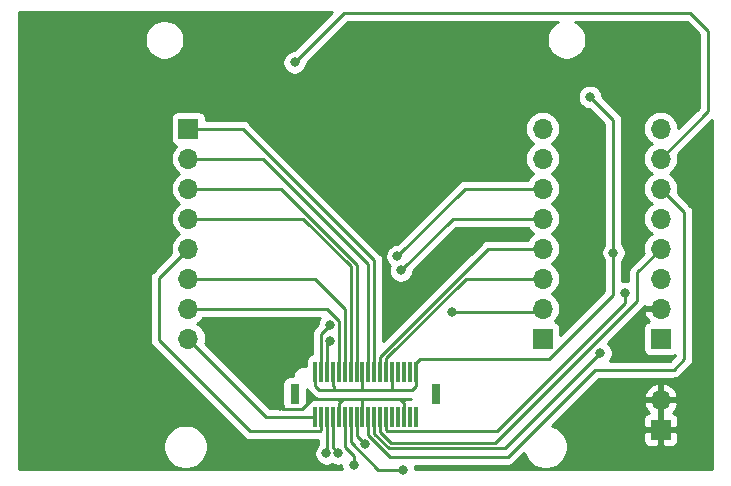
<source format=gbl>
G04 #@! TF.GenerationSoftware,KiCad,Pcbnew,(5.1.0)-1*
G04 #@! TF.CreationDate,2019-07-17T20:00:31+05:30*
G04 #@! TF.ProjectId,AR0135_adapter_rev1,41523031-3335-45f6-9164-61707465725f,rev?*
G04 #@! TF.SameCoordinates,Original*
G04 #@! TF.FileFunction,Copper,L2,Bot*
G04 #@! TF.FilePolarity,Positive*
%FSLAX46Y46*%
G04 Gerber Fmt 4.6, Leading zero omitted, Abs format (unit mm)*
G04 Created by KiCad (PCBNEW (5.1.0)-1) date 2019-07-17 20:00:31*
%MOMM*%
%LPD*%
G04 APERTURE LIST*
%ADD10R,0.300000X1.800000*%
%ADD11R,0.800000X1.800000*%
%ADD12R,1.700000X1.700000*%
%ADD13O,1.700000X1.700000*%
%ADD14C,0.800000*%
%ADD15C,0.250000*%
%ADD16C,0.254000*%
G04 APERTURE END LIST*
D10*
X35750000Y-44900000D03*
X35750000Y-41100000D03*
X36250000Y-44900000D03*
X36250000Y-41100000D03*
X36750000Y-44900000D03*
X36750000Y-41100000D03*
X37250000Y-44900000D03*
X37250000Y-41100000D03*
X37750000Y-44900000D03*
X37750000Y-41100000D03*
X38250000Y-44900000D03*
X38250000Y-41100000D03*
X38750000Y-44900000D03*
X38750000Y-41100000D03*
X39250000Y-44900000D03*
X39250000Y-41100000D03*
X39750000Y-44900000D03*
X39750000Y-41100000D03*
X40250000Y-44900000D03*
X40250000Y-41100000D03*
X40750000Y-44900000D03*
X40750000Y-41100000D03*
X41250000Y-44900000D03*
X41250000Y-41100000D03*
X41750000Y-44900000D03*
X41750000Y-41100000D03*
X42250000Y-44900000D03*
X42250000Y-41100000D03*
X42750000Y-44900000D03*
X42750000Y-41100000D03*
X43250000Y-44900000D03*
X43250000Y-41100000D03*
X43750000Y-44900000D03*
X43750000Y-41100000D03*
X44250000Y-44900000D03*
X44250000Y-41100000D03*
D11*
X34000000Y-43000000D03*
X46000000Y-43000000D03*
D12*
X65000000Y-38280000D03*
D13*
X65000000Y-35740000D03*
X65000000Y-33200000D03*
X65000000Y-30660000D03*
X65000000Y-28120000D03*
X65000000Y-25580000D03*
X65000000Y-23040000D03*
X65000000Y-20500000D03*
X25000000Y-38280000D03*
X25000000Y-35740000D03*
X25000000Y-33200000D03*
X25000000Y-30660000D03*
X25000000Y-28120000D03*
X25000000Y-25580000D03*
X25000000Y-23040000D03*
D12*
X25000000Y-20500000D03*
X55000000Y-38280000D03*
D13*
X55000000Y-35740000D03*
X55000000Y-33200000D03*
X55000000Y-30660000D03*
X55000000Y-28120000D03*
X55000000Y-25580000D03*
X55000000Y-23040000D03*
X55000000Y-20500000D03*
D12*
X65000000Y-46000000D03*
D13*
X65000000Y-43460000D03*
D14*
X29000000Y-17800000D03*
X44700000Y-16000000D03*
X32800000Y-44000000D03*
X34000000Y-14900000D03*
X43200000Y-49375000D03*
X37700003Y-48000000D03*
X36700000Y-48000000D03*
X47300000Y-36000000D03*
X37000000Y-38500000D03*
X43000000Y-32500000D03*
X37000000Y-37100000D03*
X42700000Y-31300000D03*
X39958884Y-47241116D03*
X39000000Y-49000000D03*
X61000000Y-31000000D03*
X59000000Y-17800000D03*
X62000000Y-34400000D03*
X59900000Y-39500000D03*
D15*
X37750000Y-43764998D02*
X38114998Y-43400000D01*
X37750000Y-44900000D02*
X37750000Y-43764998D01*
X43250000Y-43750000D02*
X43250000Y-44900000D01*
X42900000Y-43400000D02*
X43250000Y-43750000D01*
X39750000Y-43450000D02*
X39800000Y-43400000D01*
X39750000Y-44900000D02*
X39750000Y-43450000D01*
X38114998Y-43400000D02*
X39800000Y-43400000D01*
X39800000Y-43400000D02*
X42900000Y-43400000D01*
X33025001Y-44225001D02*
X32800000Y-44000000D01*
X34660001Y-44225001D02*
X33025001Y-44225001D01*
X38114998Y-43400000D02*
X35485002Y-43400000D01*
X35485002Y-43400000D02*
X34660001Y-44225001D01*
X67500000Y-10700000D02*
X69000000Y-12200000D01*
X34000000Y-14900000D02*
X38200000Y-10700000D01*
X38200000Y-10700000D02*
X67500000Y-10700000D01*
X69000000Y-19040000D02*
X69000000Y-18200000D01*
X65000000Y-23040000D02*
X69000000Y-19040000D01*
X69000000Y-12200000D02*
X69000000Y-18200000D01*
X41067462Y-49375000D02*
X43200000Y-49375000D01*
X38750000Y-44900000D02*
X38750000Y-47057538D01*
X38750000Y-47057538D02*
X41067462Y-49375000D01*
X40750000Y-41100000D02*
X40750000Y-31650000D01*
X29600000Y-20500000D02*
X25000000Y-20500000D01*
X40750000Y-31650000D02*
X29600000Y-20500000D01*
X40250000Y-41100000D02*
X40250000Y-31950000D01*
X31340000Y-23040000D02*
X25000000Y-23040000D01*
X40250000Y-31950000D02*
X31340000Y-23040000D01*
X26202081Y-25580000D02*
X25000000Y-25580000D01*
X32816410Y-25580000D02*
X26202081Y-25580000D01*
X39250000Y-32013590D02*
X32816410Y-25580000D01*
X39250000Y-41100000D02*
X39250000Y-32013590D01*
X38750000Y-41100000D02*
X38750000Y-32150000D01*
X34720000Y-28120000D02*
X25000000Y-28120000D01*
X38750000Y-32150000D02*
X34720000Y-28120000D01*
X36174999Y-46125001D02*
X30225001Y-46125001D01*
X36250000Y-44900000D02*
X36250000Y-46050000D01*
X36250000Y-46050000D02*
X36174999Y-46125001D01*
X30225001Y-46125001D02*
X22500000Y-38400000D01*
X22500000Y-33160000D02*
X25000000Y-30660000D01*
X22500000Y-38400000D02*
X22500000Y-33160000D01*
X38250000Y-41100000D02*
X38250000Y-35750000D01*
X35700000Y-33200000D02*
X25000000Y-33200000D01*
X38250000Y-35750000D02*
X35700000Y-33200000D01*
X37750000Y-41100000D02*
X37750000Y-36750000D01*
X36740000Y-35740000D02*
X25000000Y-35740000D01*
X37750000Y-36750000D02*
X36740000Y-35740000D01*
X31620000Y-44900000D02*
X25000000Y-38280000D01*
X35750000Y-44900000D02*
X31620000Y-44900000D01*
X37700003Y-47927001D02*
X37700003Y-48000000D01*
X37250000Y-44900000D02*
X37250000Y-47476998D01*
X37250000Y-47476998D02*
X37700003Y-47927001D01*
X36750000Y-44900000D02*
X36750000Y-47950000D01*
X36750000Y-47950000D02*
X36700000Y-48000000D01*
X54740000Y-36000000D02*
X55000000Y-35740000D01*
X47300000Y-36000000D02*
X54740000Y-36000000D01*
X53797919Y-33200000D02*
X55000000Y-33200000D01*
X48500000Y-33200000D02*
X53797919Y-33200000D01*
X41750000Y-39950000D02*
X48500000Y-33200000D01*
X41750000Y-41100000D02*
X41750000Y-39950000D01*
X53797919Y-30660000D02*
X55000000Y-30660000D01*
X41250000Y-39813590D02*
X50403590Y-30660000D01*
X41250000Y-41100000D02*
X41250000Y-39813590D01*
X50403590Y-30660000D02*
X53797919Y-30660000D01*
X36750000Y-41100000D02*
X36750000Y-38750000D01*
X36750000Y-38750000D02*
X37000000Y-38500000D01*
X47380000Y-28120000D02*
X55000000Y-28120000D01*
X43000000Y-32500000D02*
X47380000Y-28120000D01*
X36250000Y-41100000D02*
X36250000Y-37850000D01*
X36250000Y-37850000D02*
X37000000Y-37100000D01*
X48420000Y-25580000D02*
X55000000Y-25580000D01*
X42700000Y-31300000D02*
X48420000Y-25580000D01*
X39250000Y-44900000D02*
X39250000Y-46484536D01*
X39250000Y-46484536D02*
X39250000Y-46532233D01*
X39250000Y-46484536D02*
X39250000Y-46532232D01*
X39250000Y-46532232D02*
X39958884Y-47241116D01*
X39000000Y-48226995D02*
X39000000Y-49000000D01*
X38250000Y-44900000D02*
X38250000Y-47476995D01*
X38250000Y-47476995D02*
X39000000Y-48226995D01*
X35750000Y-42250000D02*
X36100000Y-42600000D01*
X35750000Y-41100000D02*
X35750000Y-42250000D01*
X44250000Y-42250000D02*
X44250000Y-41100000D01*
X43900000Y-42600000D02*
X44250000Y-42250000D01*
X42250000Y-42550000D02*
X42300000Y-42600000D01*
X42250000Y-41100000D02*
X42250000Y-42550000D01*
X42300000Y-42600000D02*
X43900000Y-42600000D01*
X39900000Y-42600000D02*
X42300000Y-42600000D01*
X37600000Y-42600000D02*
X37700000Y-42600000D01*
X61000000Y-31000000D02*
X61000000Y-19800000D01*
X61000000Y-19800000D02*
X59000000Y-17800000D01*
X44250000Y-40350000D02*
X44600000Y-40000000D01*
X44250000Y-41100000D02*
X44250000Y-40350000D01*
X61000000Y-31565685D02*
X61000000Y-31000000D01*
X61000000Y-34565002D02*
X61000000Y-31565685D01*
X55565002Y-40000000D02*
X61000000Y-34565002D01*
X44600000Y-40000000D02*
X55565002Y-40000000D01*
X39750000Y-42550000D02*
X39800000Y-42600000D01*
X39750000Y-41100000D02*
X39750000Y-42550000D01*
X37700000Y-42600000D02*
X39800000Y-42600000D01*
X39800000Y-42600000D02*
X39900000Y-42600000D01*
X37300000Y-42300000D02*
X37300000Y-42600000D01*
X37250000Y-42250000D02*
X37300000Y-42300000D01*
X37250000Y-41100000D02*
X37250000Y-42250000D01*
X36100000Y-42600000D02*
X37300000Y-42600000D01*
X37300000Y-42600000D02*
X37700000Y-42600000D01*
X41839999Y-46125001D02*
X51174999Y-46125001D01*
X41750000Y-44900000D02*
X41750000Y-46035002D01*
X41750000Y-46035002D02*
X41839999Y-46125001D01*
X51174999Y-46125001D02*
X62000000Y-35300000D01*
X62000000Y-35300000D02*
X62000000Y-34400000D01*
X42188591Y-47125001D02*
X50974999Y-47125001D01*
X41250000Y-44900000D02*
X41250000Y-46186410D01*
X41250000Y-46186410D02*
X42188591Y-47125001D01*
X50974999Y-47125001D02*
X63000000Y-35100000D01*
X63000000Y-32660000D02*
X65000000Y-30660000D01*
X63000000Y-35100000D02*
X63000000Y-32660000D01*
X40750000Y-44900000D02*
X40750000Y-46322820D01*
X40750000Y-46322820D02*
X42002191Y-47575011D01*
X42002191Y-47575011D02*
X51550295Y-47575011D01*
X51550295Y-47575011D02*
X51824989Y-47575011D01*
X51824989Y-47575011D02*
X59900000Y-39500000D01*
X40250000Y-46459230D02*
X42090770Y-48300000D01*
X40250000Y-44900000D02*
X40250000Y-46459230D01*
X52053998Y-48300000D02*
X59453998Y-40900000D01*
X42090770Y-48300000D02*
X52053998Y-48300000D01*
X59453998Y-40900000D02*
X66100000Y-40900000D01*
X66100000Y-40900000D02*
X67000000Y-40000000D01*
X67000000Y-27580000D02*
X65000000Y-25580000D01*
X67000000Y-40000000D02*
X67000000Y-27580000D01*
D16*
G36*
X33960199Y-13865000D02*
G01*
X33898061Y-13865000D01*
X33698102Y-13904774D01*
X33509744Y-13982795D01*
X33340226Y-14096063D01*
X33196063Y-14240226D01*
X33082795Y-14409744D01*
X33004774Y-14598102D01*
X32965000Y-14798061D01*
X32965000Y-15001939D01*
X33004774Y-15201898D01*
X33082795Y-15390256D01*
X33196063Y-15559774D01*
X33340226Y-15703937D01*
X33509744Y-15817205D01*
X33698102Y-15895226D01*
X33898061Y-15935000D01*
X34101939Y-15935000D01*
X34301898Y-15895226D01*
X34490256Y-15817205D01*
X34659774Y-15703937D01*
X34803937Y-15559774D01*
X34917205Y-15390256D01*
X34995226Y-15201898D01*
X35035000Y-15001939D01*
X35035000Y-14939801D01*
X38514802Y-11460000D01*
X56286487Y-11460000D01*
X56221853Y-11486772D01*
X55945875Y-11671175D01*
X55711175Y-11905875D01*
X55526772Y-12181853D01*
X55399754Y-12488504D01*
X55335000Y-12814042D01*
X55335000Y-13145958D01*
X55399754Y-13471496D01*
X55526772Y-13778147D01*
X55711175Y-14054125D01*
X55945875Y-14288825D01*
X56221853Y-14473228D01*
X56528504Y-14600246D01*
X56854042Y-14665000D01*
X57185958Y-14665000D01*
X57511496Y-14600246D01*
X57818147Y-14473228D01*
X58094125Y-14288825D01*
X58328825Y-14054125D01*
X58513228Y-13778147D01*
X58640246Y-13471496D01*
X58705000Y-13145958D01*
X58705000Y-12814042D01*
X58640246Y-12488504D01*
X58513228Y-12181853D01*
X58328825Y-11905875D01*
X58094125Y-11671175D01*
X57818147Y-11486772D01*
X57753513Y-11460000D01*
X67185199Y-11460000D01*
X68240000Y-12514802D01*
X68240001Y-18162657D01*
X68240000Y-18162667D01*
X68240000Y-18725198D01*
X66489765Y-20475433D01*
X66463513Y-20208889D01*
X66378599Y-19928966D01*
X66240706Y-19670986D01*
X66055134Y-19444866D01*
X65829014Y-19259294D01*
X65571034Y-19121401D01*
X65291111Y-19036487D01*
X65072950Y-19015000D01*
X64927050Y-19015000D01*
X64708889Y-19036487D01*
X64428966Y-19121401D01*
X64170986Y-19259294D01*
X63944866Y-19444866D01*
X63759294Y-19670986D01*
X63621401Y-19928966D01*
X63536487Y-20208889D01*
X63507815Y-20500000D01*
X63536487Y-20791111D01*
X63621401Y-21071034D01*
X63759294Y-21329014D01*
X63944866Y-21555134D01*
X64170986Y-21740706D01*
X64225791Y-21770000D01*
X64170986Y-21799294D01*
X63944866Y-21984866D01*
X63759294Y-22210986D01*
X63621401Y-22468966D01*
X63536487Y-22748889D01*
X63507815Y-23040000D01*
X63536487Y-23331111D01*
X63621401Y-23611034D01*
X63759294Y-23869014D01*
X63944866Y-24095134D01*
X64170986Y-24280706D01*
X64225791Y-24310000D01*
X64170986Y-24339294D01*
X63944866Y-24524866D01*
X63759294Y-24750986D01*
X63621401Y-25008966D01*
X63536487Y-25288889D01*
X63507815Y-25580000D01*
X63536487Y-25871111D01*
X63621401Y-26151034D01*
X63759294Y-26409014D01*
X63944866Y-26635134D01*
X64170986Y-26820706D01*
X64225791Y-26850000D01*
X64170986Y-26879294D01*
X63944866Y-27064866D01*
X63759294Y-27290986D01*
X63621401Y-27548966D01*
X63536487Y-27828889D01*
X63507815Y-28120000D01*
X63536487Y-28411111D01*
X63621401Y-28691034D01*
X63759294Y-28949014D01*
X63944866Y-29175134D01*
X64170986Y-29360706D01*
X64225791Y-29390000D01*
X64170986Y-29419294D01*
X63944866Y-29604866D01*
X63759294Y-29830986D01*
X63621401Y-30088966D01*
X63536487Y-30368889D01*
X63507815Y-30660000D01*
X63536487Y-30951111D01*
X63559203Y-31025995D01*
X62488998Y-32096201D01*
X62460000Y-32119999D01*
X62436202Y-32148997D01*
X62436201Y-32148998D01*
X62365026Y-32235724D01*
X62294454Y-32367754D01*
X62273187Y-32437865D01*
X62250998Y-32511014D01*
X62242043Y-32601939D01*
X62236324Y-32660000D01*
X62240001Y-32697332D01*
X62240001Y-33392462D01*
X62101939Y-33365000D01*
X61898061Y-33365000D01*
X61760000Y-33392462D01*
X61760000Y-31703711D01*
X61803937Y-31659774D01*
X61917205Y-31490256D01*
X61995226Y-31301898D01*
X62035000Y-31101939D01*
X62035000Y-30898061D01*
X61995226Y-30698102D01*
X61917205Y-30509744D01*
X61803937Y-30340226D01*
X61760000Y-30296289D01*
X61760000Y-19837322D01*
X61763676Y-19799999D01*
X61760000Y-19762676D01*
X61760000Y-19762667D01*
X61749003Y-19651014D01*
X61705546Y-19507753D01*
X61651061Y-19405820D01*
X61634974Y-19375723D01*
X61563799Y-19288997D01*
X61540001Y-19259999D01*
X61511003Y-19236201D01*
X60035000Y-17760199D01*
X60035000Y-17698061D01*
X59995226Y-17498102D01*
X59917205Y-17309744D01*
X59803937Y-17140226D01*
X59659774Y-16996063D01*
X59490256Y-16882795D01*
X59301898Y-16804774D01*
X59101939Y-16765000D01*
X58898061Y-16765000D01*
X58698102Y-16804774D01*
X58509744Y-16882795D01*
X58340226Y-16996063D01*
X58196063Y-17140226D01*
X58082795Y-17309744D01*
X58004774Y-17498102D01*
X57965000Y-17698061D01*
X57965000Y-17901939D01*
X58004774Y-18101898D01*
X58082795Y-18290256D01*
X58196063Y-18459774D01*
X58340226Y-18603937D01*
X58509744Y-18717205D01*
X58698102Y-18795226D01*
X58898061Y-18835000D01*
X58960199Y-18835000D01*
X60240001Y-20114803D01*
X60240000Y-30296289D01*
X60196063Y-30340226D01*
X60082795Y-30509744D01*
X60004774Y-30698102D01*
X59965000Y-30898061D01*
X59965000Y-31101939D01*
X60004774Y-31301898D01*
X60082795Y-31490256D01*
X60196063Y-31659774D01*
X60240001Y-31703712D01*
X60240000Y-34250200D01*
X56488072Y-38002129D01*
X56488072Y-37430000D01*
X56475812Y-37305518D01*
X56439502Y-37185820D01*
X56380537Y-37075506D01*
X56301185Y-36978815D01*
X56204494Y-36899463D01*
X56094180Y-36840498D01*
X56025313Y-36819607D01*
X56055134Y-36795134D01*
X56240706Y-36569014D01*
X56378599Y-36311034D01*
X56463513Y-36031111D01*
X56492185Y-35740000D01*
X56463513Y-35448889D01*
X56378599Y-35168966D01*
X56240706Y-34910986D01*
X56055134Y-34684866D01*
X55829014Y-34499294D01*
X55774209Y-34470000D01*
X55829014Y-34440706D01*
X56055134Y-34255134D01*
X56240706Y-34029014D01*
X56378599Y-33771034D01*
X56463513Y-33491111D01*
X56492185Y-33200000D01*
X56463513Y-32908889D01*
X56378599Y-32628966D01*
X56240706Y-32370986D01*
X56055134Y-32144866D01*
X55829014Y-31959294D01*
X55774209Y-31930000D01*
X55829014Y-31900706D01*
X56055134Y-31715134D01*
X56240706Y-31489014D01*
X56378599Y-31231034D01*
X56463513Y-30951111D01*
X56492185Y-30660000D01*
X56463513Y-30368889D01*
X56378599Y-30088966D01*
X56240706Y-29830986D01*
X56055134Y-29604866D01*
X55829014Y-29419294D01*
X55774209Y-29390000D01*
X55829014Y-29360706D01*
X56055134Y-29175134D01*
X56240706Y-28949014D01*
X56378599Y-28691034D01*
X56463513Y-28411111D01*
X56492185Y-28120000D01*
X56463513Y-27828889D01*
X56378599Y-27548966D01*
X56240706Y-27290986D01*
X56055134Y-27064866D01*
X55829014Y-26879294D01*
X55774209Y-26850000D01*
X55829014Y-26820706D01*
X56055134Y-26635134D01*
X56240706Y-26409014D01*
X56378599Y-26151034D01*
X56463513Y-25871111D01*
X56492185Y-25580000D01*
X56463513Y-25288889D01*
X56378599Y-25008966D01*
X56240706Y-24750986D01*
X56055134Y-24524866D01*
X55829014Y-24339294D01*
X55774209Y-24310000D01*
X55829014Y-24280706D01*
X56055134Y-24095134D01*
X56240706Y-23869014D01*
X56378599Y-23611034D01*
X56463513Y-23331111D01*
X56492185Y-23040000D01*
X56463513Y-22748889D01*
X56378599Y-22468966D01*
X56240706Y-22210986D01*
X56055134Y-21984866D01*
X55829014Y-21799294D01*
X55774209Y-21770000D01*
X55829014Y-21740706D01*
X56055134Y-21555134D01*
X56240706Y-21329014D01*
X56378599Y-21071034D01*
X56463513Y-20791111D01*
X56492185Y-20500000D01*
X56463513Y-20208889D01*
X56378599Y-19928966D01*
X56240706Y-19670986D01*
X56055134Y-19444866D01*
X55829014Y-19259294D01*
X55571034Y-19121401D01*
X55291111Y-19036487D01*
X55072950Y-19015000D01*
X54927050Y-19015000D01*
X54708889Y-19036487D01*
X54428966Y-19121401D01*
X54170986Y-19259294D01*
X53944866Y-19444866D01*
X53759294Y-19670986D01*
X53621401Y-19928966D01*
X53536487Y-20208889D01*
X53507815Y-20500000D01*
X53536487Y-20791111D01*
X53621401Y-21071034D01*
X53759294Y-21329014D01*
X53944866Y-21555134D01*
X54170986Y-21740706D01*
X54225791Y-21770000D01*
X54170986Y-21799294D01*
X53944866Y-21984866D01*
X53759294Y-22210986D01*
X53621401Y-22468966D01*
X53536487Y-22748889D01*
X53507815Y-23040000D01*
X53536487Y-23331111D01*
X53621401Y-23611034D01*
X53759294Y-23869014D01*
X53944866Y-24095134D01*
X54170986Y-24280706D01*
X54225791Y-24310000D01*
X54170986Y-24339294D01*
X53944866Y-24524866D01*
X53759294Y-24750986D01*
X53722405Y-24820000D01*
X48457333Y-24820000D01*
X48420000Y-24816323D01*
X48382667Y-24820000D01*
X48271014Y-24830997D01*
X48127753Y-24874454D01*
X47995724Y-24945026D01*
X47879999Y-25039999D01*
X47856201Y-25068997D01*
X42660199Y-30265000D01*
X42598061Y-30265000D01*
X42398102Y-30304774D01*
X42209744Y-30382795D01*
X42040226Y-30496063D01*
X41896063Y-30640226D01*
X41782795Y-30809744D01*
X41704774Y-30998102D01*
X41665000Y-31198061D01*
X41665000Y-31401939D01*
X41704774Y-31601898D01*
X41782795Y-31790256D01*
X41896063Y-31959774D01*
X42040226Y-32103937D01*
X42043009Y-32105796D01*
X42004774Y-32198102D01*
X41965000Y-32398061D01*
X41965000Y-32601939D01*
X42004774Y-32801898D01*
X42082795Y-32990256D01*
X42196063Y-33159774D01*
X42340226Y-33303937D01*
X42509744Y-33417205D01*
X42698102Y-33495226D01*
X42898061Y-33535000D01*
X43101939Y-33535000D01*
X43301898Y-33495226D01*
X43490256Y-33417205D01*
X43659774Y-33303937D01*
X43803937Y-33159774D01*
X43917205Y-32990256D01*
X43995226Y-32801898D01*
X44035000Y-32601939D01*
X44035000Y-32539801D01*
X47694803Y-28880000D01*
X53722405Y-28880000D01*
X53759294Y-28949014D01*
X53944866Y-29175134D01*
X54170986Y-29360706D01*
X54225791Y-29390000D01*
X54170986Y-29419294D01*
X53944866Y-29604866D01*
X53759294Y-29830986D01*
X53722405Y-29900000D01*
X50440912Y-29900000D01*
X50403589Y-29896324D01*
X50366266Y-29900000D01*
X50366257Y-29900000D01*
X50254604Y-29910997D01*
X50111343Y-29954454D01*
X49979313Y-30025026D01*
X49908922Y-30082795D01*
X49863589Y-30119999D01*
X49839791Y-30148997D01*
X41510000Y-38478789D01*
X41510000Y-31687322D01*
X41513676Y-31649999D01*
X41510000Y-31612676D01*
X41510000Y-31612667D01*
X41499003Y-31501014D01*
X41455546Y-31357753D01*
X41384974Y-31225724D01*
X41290001Y-31109999D01*
X41261003Y-31086201D01*
X30163804Y-19989003D01*
X30140001Y-19959999D01*
X30024276Y-19865026D01*
X29892247Y-19794454D01*
X29748986Y-19750997D01*
X29637333Y-19740000D01*
X29637322Y-19740000D01*
X29600000Y-19736324D01*
X29562678Y-19740000D01*
X26488072Y-19740000D01*
X26488072Y-19650000D01*
X26475812Y-19525518D01*
X26439502Y-19405820D01*
X26380537Y-19295506D01*
X26301185Y-19198815D01*
X26204494Y-19119463D01*
X26094180Y-19060498D01*
X25974482Y-19024188D01*
X25850000Y-19011928D01*
X24150000Y-19011928D01*
X24025518Y-19024188D01*
X23905820Y-19060498D01*
X23795506Y-19119463D01*
X23698815Y-19198815D01*
X23619463Y-19295506D01*
X23560498Y-19405820D01*
X23524188Y-19525518D01*
X23511928Y-19650000D01*
X23511928Y-21350000D01*
X23524188Y-21474482D01*
X23560498Y-21594180D01*
X23619463Y-21704494D01*
X23698815Y-21801185D01*
X23795506Y-21880537D01*
X23905820Y-21939502D01*
X23974687Y-21960393D01*
X23944866Y-21984866D01*
X23759294Y-22210986D01*
X23621401Y-22468966D01*
X23536487Y-22748889D01*
X23507815Y-23040000D01*
X23536487Y-23331111D01*
X23621401Y-23611034D01*
X23759294Y-23869014D01*
X23944866Y-24095134D01*
X24170986Y-24280706D01*
X24225791Y-24310000D01*
X24170986Y-24339294D01*
X23944866Y-24524866D01*
X23759294Y-24750986D01*
X23621401Y-25008966D01*
X23536487Y-25288889D01*
X23507815Y-25580000D01*
X23536487Y-25871111D01*
X23621401Y-26151034D01*
X23759294Y-26409014D01*
X23944866Y-26635134D01*
X24170986Y-26820706D01*
X24225791Y-26850000D01*
X24170986Y-26879294D01*
X23944866Y-27064866D01*
X23759294Y-27290986D01*
X23621401Y-27548966D01*
X23536487Y-27828889D01*
X23507815Y-28120000D01*
X23536487Y-28411111D01*
X23621401Y-28691034D01*
X23759294Y-28949014D01*
X23944866Y-29175134D01*
X24170986Y-29360706D01*
X24225791Y-29390000D01*
X24170986Y-29419294D01*
X23944866Y-29604866D01*
X23759294Y-29830986D01*
X23621401Y-30088966D01*
X23536487Y-30368889D01*
X23507815Y-30660000D01*
X23536487Y-30951111D01*
X23559203Y-31025995D01*
X21988998Y-32596201D01*
X21960000Y-32619999D01*
X21936202Y-32648997D01*
X21936201Y-32648998D01*
X21865026Y-32735724D01*
X21794454Y-32867754D01*
X21750998Y-33011015D01*
X21736324Y-33160000D01*
X21740001Y-33197332D01*
X21740000Y-38362677D01*
X21736324Y-38400000D01*
X21740000Y-38437322D01*
X21740000Y-38437332D01*
X21750997Y-38548985D01*
X21781332Y-38648987D01*
X21794454Y-38692246D01*
X21865026Y-38824276D01*
X21886986Y-38851034D01*
X21959999Y-38940001D01*
X21989003Y-38963804D01*
X29661202Y-46636004D01*
X29685000Y-46665002D01*
X29800725Y-46759975D01*
X29932754Y-46830547D01*
X30076015Y-46874004D01*
X30187668Y-46885001D01*
X30187677Y-46885001D01*
X30225000Y-46888677D01*
X30262323Y-46885001D01*
X35990001Y-46885001D01*
X35990001Y-47246288D01*
X35896063Y-47340226D01*
X35782795Y-47509744D01*
X35704774Y-47698102D01*
X35665000Y-47898061D01*
X35665000Y-48101939D01*
X35704774Y-48301898D01*
X35782795Y-48490256D01*
X35896063Y-48659774D01*
X36040226Y-48803937D01*
X36209744Y-48917205D01*
X36398102Y-48995226D01*
X36598061Y-49035000D01*
X36801939Y-49035000D01*
X37001898Y-48995226D01*
X37190256Y-48917205D01*
X37200002Y-48910693D01*
X37209747Y-48917205D01*
X37398105Y-48995226D01*
X37598064Y-49035000D01*
X37801942Y-49035000D01*
X37965000Y-49002566D01*
X37965000Y-49101939D01*
X38004774Y-49301898D01*
X38020556Y-49340000D01*
X10660000Y-49340000D01*
X10660000Y-47259344D01*
X22875000Y-47259344D01*
X22875000Y-47630656D01*
X22947439Y-47994834D01*
X23089534Y-48337882D01*
X23295825Y-48646618D01*
X23558382Y-48909175D01*
X23867118Y-49115466D01*
X24210166Y-49257561D01*
X24574344Y-49330000D01*
X24945656Y-49330000D01*
X25309834Y-49257561D01*
X25652882Y-49115466D01*
X25961618Y-48909175D01*
X26224175Y-48646618D01*
X26430466Y-48337882D01*
X26572561Y-47994834D01*
X26645000Y-47630656D01*
X26645000Y-47259344D01*
X26572561Y-46895166D01*
X26430466Y-46552118D01*
X26224175Y-46243382D01*
X25961618Y-45980825D01*
X25652882Y-45774534D01*
X25309834Y-45632439D01*
X24945656Y-45560000D01*
X24574344Y-45560000D01*
X24210166Y-45632439D01*
X23867118Y-45774534D01*
X23558382Y-45980825D01*
X23295825Y-46243382D01*
X23089534Y-46552118D01*
X22947439Y-46895166D01*
X22875000Y-47259344D01*
X10660000Y-47259344D01*
X10660000Y-12814042D01*
X21295000Y-12814042D01*
X21295000Y-13145958D01*
X21359754Y-13471496D01*
X21486772Y-13778147D01*
X21671175Y-14054125D01*
X21905875Y-14288825D01*
X22181853Y-14473228D01*
X22488504Y-14600246D01*
X22814042Y-14665000D01*
X23145958Y-14665000D01*
X23471496Y-14600246D01*
X23778147Y-14473228D01*
X24054125Y-14288825D01*
X24288825Y-14054125D01*
X24473228Y-13778147D01*
X24600246Y-13471496D01*
X24665000Y-13145958D01*
X24665000Y-12814042D01*
X24600246Y-12488504D01*
X24473228Y-12181853D01*
X24288825Y-11905875D01*
X24054125Y-11671175D01*
X23778147Y-11486772D01*
X23471496Y-11359754D01*
X23145958Y-11295000D01*
X22814042Y-11295000D01*
X22488504Y-11359754D01*
X22181853Y-11486772D01*
X21905875Y-11671175D01*
X21671175Y-11905875D01*
X21486772Y-12181853D01*
X21359754Y-12488504D01*
X21295000Y-12814042D01*
X10660000Y-12814042D01*
X10660000Y-10660000D01*
X37165198Y-10660000D01*
X33960199Y-13865000D01*
X33960199Y-13865000D01*
G37*
X33960199Y-13865000D02*
X33898061Y-13865000D01*
X33698102Y-13904774D01*
X33509744Y-13982795D01*
X33340226Y-14096063D01*
X33196063Y-14240226D01*
X33082795Y-14409744D01*
X33004774Y-14598102D01*
X32965000Y-14798061D01*
X32965000Y-15001939D01*
X33004774Y-15201898D01*
X33082795Y-15390256D01*
X33196063Y-15559774D01*
X33340226Y-15703937D01*
X33509744Y-15817205D01*
X33698102Y-15895226D01*
X33898061Y-15935000D01*
X34101939Y-15935000D01*
X34301898Y-15895226D01*
X34490256Y-15817205D01*
X34659774Y-15703937D01*
X34803937Y-15559774D01*
X34917205Y-15390256D01*
X34995226Y-15201898D01*
X35035000Y-15001939D01*
X35035000Y-14939801D01*
X38514802Y-11460000D01*
X56286487Y-11460000D01*
X56221853Y-11486772D01*
X55945875Y-11671175D01*
X55711175Y-11905875D01*
X55526772Y-12181853D01*
X55399754Y-12488504D01*
X55335000Y-12814042D01*
X55335000Y-13145958D01*
X55399754Y-13471496D01*
X55526772Y-13778147D01*
X55711175Y-14054125D01*
X55945875Y-14288825D01*
X56221853Y-14473228D01*
X56528504Y-14600246D01*
X56854042Y-14665000D01*
X57185958Y-14665000D01*
X57511496Y-14600246D01*
X57818147Y-14473228D01*
X58094125Y-14288825D01*
X58328825Y-14054125D01*
X58513228Y-13778147D01*
X58640246Y-13471496D01*
X58705000Y-13145958D01*
X58705000Y-12814042D01*
X58640246Y-12488504D01*
X58513228Y-12181853D01*
X58328825Y-11905875D01*
X58094125Y-11671175D01*
X57818147Y-11486772D01*
X57753513Y-11460000D01*
X67185199Y-11460000D01*
X68240000Y-12514802D01*
X68240001Y-18162657D01*
X68240000Y-18162667D01*
X68240000Y-18725198D01*
X66489765Y-20475433D01*
X66463513Y-20208889D01*
X66378599Y-19928966D01*
X66240706Y-19670986D01*
X66055134Y-19444866D01*
X65829014Y-19259294D01*
X65571034Y-19121401D01*
X65291111Y-19036487D01*
X65072950Y-19015000D01*
X64927050Y-19015000D01*
X64708889Y-19036487D01*
X64428966Y-19121401D01*
X64170986Y-19259294D01*
X63944866Y-19444866D01*
X63759294Y-19670986D01*
X63621401Y-19928966D01*
X63536487Y-20208889D01*
X63507815Y-20500000D01*
X63536487Y-20791111D01*
X63621401Y-21071034D01*
X63759294Y-21329014D01*
X63944866Y-21555134D01*
X64170986Y-21740706D01*
X64225791Y-21770000D01*
X64170986Y-21799294D01*
X63944866Y-21984866D01*
X63759294Y-22210986D01*
X63621401Y-22468966D01*
X63536487Y-22748889D01*
X63507815Y-23040000D01*
X63536487Y-23331111D01*
X63621401Y-23611034D01*
X63759294Y-23869014D01*
X63944866Y-24095134D01*
X64170986Y-24280706D01*
X64225791Y-24310000D01*
X64170986Y-24339294D01*
X63944866Y-24524866D01*
X63759294Y-24750986D01*
X63621401Y-25008966D01*
X63536487Y-25288889D01*
X63507815Y-25580000D01*
X63536487Y-25871111D01*
X63621401Y-26151034D01*
X63759294Y-26409014D01*
X63944866Y-26635134D01*
X64170986Y-26820706D01*
X64225791Y-26850000D01*
X64170986Y-26879294D01*
X63944866Y-27064866D01*
X63759294Y-27290986D01*
X63621401Y-27548966D01*
X63536487Y-27828889D01*
X63507815Y-28120000D01*
X63536487Y-28411111D01*
X63621401Y-28691034D01*
X63759294Y-28949014D01*
X63944866Y-29175134D01*
X64170986Y-29360706D01*
X64225791Y-29390000D01*
X64170986Y-29419294D01*
X63944866Y-29604866D01*
X63759294Y-29830986D01*
X63621401Y-30088966D01*
X63536487Y-30368889D01*
X63507815Y-30660000D01*
X63536487Y-30951111D01*
X63559203Y-31025995D01*
X62488998Y-32096201D01*
X62460000Y-32119999D01*
X62436202Y-32148997D01*
X62436201Y-32148998D01*
X62365026Y-32235724D01*
X62294454Y-32367754D01*
X62273187Y-32437865D01*
X62250998Y-32511014D01*
X62242043Y-32601939D01*
X62236324Y-32660000D01*
X62240001Y-32697332D01*
X62240001Y-33392462D01*
X62101939Y-33365000D01*
X61898061Y-33365000D01*
X61760000Y-33392462D01*
X61760000Y-31703711D01*
X61803937Y-31659774D01*
X61917205Y-31490256D01*
X61995226Y-31301898D01*
X62035000Y-31101939D01*
X62035000Y-30898061D01*
X61995226Y-30698102D01*
X61917205Y-30509744D01*
X61803937Y-30340226D01*
X61760000Y-30296289D01*
X61760000Y-19837322D01*
X61763676Y-19799999D01*
X61760000Y-19762676D01*
X61760000Y-19762667D01*
X61749003Y-19651014D01*
X61705546Y-19507753D01*
X61651061Y-19405820D01*
X61634974Y-19375723D01*
X61563799Y-19288997D01*
X61540001Y-19259999D01*
X61511003Y-19236201D01*
X60035000Y-17760199D01*
X60035000Y-17698061D01*
X59995226Y-17498102D01*
X59917205Y-17309744D01*
X59803937Y-17140226D01*
X59659774Y-16996063D01*
X59490256Y-16882795D01*
X59301898Y-16804774D01*
X59101939Y-16765000D01*
X58898061Y-16765000D01*
X58698102Y-16804774D01*
X58509744Y-16882795D01*
X58340226Y-16996063D01*
X58196063Y-17140226D01*
X58082795Y-17309744D01*
X58004774Y-17498102D01*
X57965000Y-17698061D01*
X57965000Y-17901939D01*
X58004774Y-18101898D01*
X58082795Y-18290256D01*
X58196063Y-18459774D01*
X58340226Y-18603937D01*
X58509744Y-18717205D01*
X58698102Y-18795226D01*
X58898061Y-18835000D01*
X58960199Y-18835000D01*
X60240001Y-20114803D01*
X60240000Y-30296289D01*
X60196063Y-30340226D01*
X60082795Y-30509744D01*
X60004774Y-30698102D01*
X59965000Y-30898061D01*
X59965000Y-31101939D01*
X60004774Y-31301898D01*
X60082795Y-31490256D01*
X60196063Y-31659774D01*
X60240001Y-31703712D01*
X60240000Y-34250200D01*
X56488072Y-38002129D01*
X56488072Y-37430000D01*
X56475812Y-37305518D01*
X56439502Y-37185820D01*
X56380537Y-37075506D01*
X56301185Y-36978815D01*
X56204494Y-36899463D01*
X56094180Y-36840498D01*
X56025313Y-36819607D01*
X56055134Y-36795134D01*
X56240706Y-36569014D01*
X56378599Y-36311034D01*
X56463513Y-36031111D01*
X56492185Y-35740000D01*
X56463513Y-35448889D01*
X56378599Y-35168966D01*
X56240706Y-34910986D01*
X56055134Y-34684866D01*
X55829014Y-34499294D01*
X55774209Y-34470000D01*
X55829014Y-34440706D01*
X56055134Y-34255134D01*
X56240706Y-34029014D01*
X56378599Y-33771034D01*
X56463513Y-33491111D01*
X56492185Y-33200000D01*
X56463513Y-32908889D01*
X56378599Y-32628966D01*
X56240706Y-32370986D01*
X56055134Y-32144866D01*
X55829014Y-31959294D01*
X55774209Y-31930000D01*
X55829014Y-31900706D01*
X56055134Y-31715134D01*
X56240706Y-31489014D01*
X56378599Y-31231034D01*
X56463513Y-30951111D01*
X56492185Y-30660000D01*
X56463513Y-30368889D01*
X56378599Y-30088966D01*
X56240706Y-29830986D01*
X56055134Y-29604866D01*
X55829014Y-29419294D01*
X55774209Y-29390000D01*
X55829014Y-29360706D01*
X56055134Y-29175134D01*
X56240706Y-28949014D01*
X56378599Y-28691034D01*
X56463513Y-28411111D01*
X56492185Y-28120000D01*
X56463513Y-27828889D01*
X56378599Y-27548966D01*
X56240706Y-27290986D01*
X56055134Y-27064866D01*
X55829014Y-26879294D01*
X55774209Y-26850000D01*
X55829014Y-26820706D01*
X56055134Y-26635134D01*
X56240706Y-26409014D01*
X56378599Y-26151034D01*
X56463513Y-25871111D01*
X56492185Y-25580000D01*
X56463513Y-25288889D01*
X56378599Y-25008966D01*
X56240706Y-24750986D01*
X56055134Y-24524866D01*
X55829014Y-24339294D01*
X55774209Y-24310000D01*
X55829014Y-24280706D01*
X56055134Y-24095134D01*
X56240706Y-23869014D01*
X56378599Y-23611034D01*
X56463513Y-23331111D01*
X56492185Y-23040000D01*
X56463513Y-22748889D01*
X56378599Y-22468966D01*
X56240706Y-22210986D01*
X56055134Y-21984866D01*
X55829014Y-21799294D01*
X55774209Y-21770000D01*
X55829014Y-21740706D01*
X56055134Y-21555134D01*
X56240706Y-21329014D01*
X56378599Y-21071034D01*
X56463513Y-20791111D01*
X56492185Y-20500000D01*
X56463513Y-20208889D01*
X56378599Y-19928966D01*
X56240706Y-19670986D01*
X56055134Y-19444866D01*
X55829014Y-19259294D01*
X55571034Y-19121401D01*
X55291111Y-19036487D01*
X55072950Y-19015000D01*
X54927050Y-19015000D01*
X54708889Y-19036487D01*
X54428966Y-19121401D01*
X54170986Y-19259294D01*
X53944866Y-19444866D01*
X53759294Y-19670986D01*
X53621401Y-19928966D01*
X53536487Y-20208889D01*
X53507815Y-20500000D01*
X53536487Y-20791111D01*
X53621401Y-21071034D01*
X53759294Y-21329014D01*
X53944866Y-21555134D01*
X54170986Y-21740706D01*
X54225791Y-21770000D01*
X54170986Y-21799294D01*
X53944866Y-21984866D01*
X53759294Y-22210986D01*
X53621401Y-22468966D01*
X53536487Y-22748889D01*
X53507815Y-23040000D01*
X53536487Y-23331111D01*
X53621401Y-23611034D01*
X53759294Y-23869014D01*
X53944866Y-24095134D01*
X54170986Y-24280706D01*
X54225791Y-24310000D01*
X54170986Y-24339294D01*
X53944866Y-24524866D01*
X53759294Y-24750986D01*
X53722405Y-24820000D01*
X48457333Y-24820000D01*
X48420000Y-24816323D01*
X48382667Y-24820000D01*
X48271014Y-24830997D01*
X48127753Y-24874454D01*
X47995724Y-24945026D01*
X47879999Y-25039999D01*
X47856201Y-25068997D01*
X42660199Y-30265000D01*
X42598061Y-30265000D01*
X42398102Y-30304774D01*
X42209744Y-30382795D01*
X42040226Y-30496063D01*
X41896063Y-30640226D01*
X41782795Y-30809744D01*
X41704774Y-30998102D01*
X41665000Y-31198061D01*
X41665000Y-31401939D01*
X41704774Y-31601898D01*
X41782795Y-31790256D01*
X41896063Y-31959774D01*
X42040226Y-32103937D01*
X42043009Y-32105796D01*
X42004774Y-32198102D01*
X41965000Y-32398061D01*
X41965000Y-32601939D01*
X42004774Y-32801898D01*
X42082795Y-32990256D01*
X42196063Y-33159774D01*
X42340226Y-33303937D01*
X42509744Y-33417205D01*
X42698102Y-33495226D01*
X42898061Y-33535000D01*
X43101939Y-33535000D01*
X43301898Y-33495226D01*
X43490256Y-33417205D01*
X43659774Y-33303937D01*
X43803937Y-33159774D01*
X43917205Y-32990256D01*
X43995226Y-32801898D01*
X44035000Y-32601939D01*
X44035000Y-32539801D01*
X47694803Y-28880000D01*
X53722405Y-28880000D01*
X53759294Y-28949014D01*
X53944866Y-29175134D01*
X54170986Y-29360706D01*
X54225791Y-29390000D01*
X54170986Y-29419294D01*
X53944866Y-29604866D01*
X53759294Y-29830986D01*
X53722405Y-29900000D01*
X50440912Y-29900000D01*
X50403589Y-29896324D01*
X50366266Y-29900000D01*
X50366257Y-29900000D01*
X50254604Y-29910997D01*
X50111343Y-29954454D01*
X49979313Y-30025026D01*
X49908922Y-30082795D01*
X49863589Y-30119999D01*
X49839791Y-30148997D01*
X41510000Y-38478789D01*
X41510000Y-31687322D01*
X41513676Y-31649999D01*
X41510000Y-31612676D01*
X41510000Y-31612667D01*
X41499003Y-31501014D01*
X41455546Y-31357753D01*
X41384974Y-31225724D01*
X41290001Y-31109999D01*
X41261003Y-31086201D01*
X30163804Y-19989003D01*
X30140001Y-19959999D01*
X30024276Y-19865026D01*
X29892247Y-19794454D01*
X29748986Y-19750997D01*
X29637333Y-19740000D01*
X29637322Y-19740000D01*
X29600000Y-19736324D01*
X29562678Y-19740000D01*
X26488072Y-19740000D01*
X26488072Y-19650000D01*
X26475812Y-19525518D01*
X26439502Y-19405820D01*
X26380537Y-19295506D01*
X26301185Y-19198815D01*
X26204494Y-19119463D01*
X26094180Y-19060498D01*
X25974482Y-19024188D01*
X25850000Y-19011928D01*
X24150000Y-19011928D01*
X24025518Y-19024188D01*
X23905820Y-19060498D01*
X23795506Y-19119463D01*
X23698815Y-19198815D01*
X23619463Y-19295506D01*
X23560498Y-19405820D01*
X23524188Y-19525518D01*
X23511928Y-19650000D01*
X23511928Y-21350000D01*
X23524188Y-21474482D01*
X23560498Y-21594180D01*
X23619463Y-21704494D01*
X23698815Y-21801185D01*
X23795506Y-21880537D01*
X23905820Y-21939502D01*
X23974687Y-21960393D01*
X23944866Y-21984866D01*
X23759294Y-22210986D01*
X23621401Y-22468966D01*
X23536487Y-22748889D01*
X23507815Y-23040000D01*
X23536487Y-23331111D01*
X23621401Y-23611034D01*
X23759294Y-23869014D01*
X23944866Y-24095134D01*
X24170986Y-24280706D01*
X24225791Y-24310000D01*
X24170986Y-24339294D01*
X23944866Y-24524866D01*
X23759294Y-24750986D01*
X23621401Y-25008966D01*
X23536487Y-25288889D01*
X23507815Y-25580000D01*
X23536487Y-25871111D01*
X23621401Y-26151034D01*
X23759294Y-26409014D01*
X23944866Y-26635134D01*
X24170986Y-26820706D01*
X24225791Y-26850000D01*
X24170986Y-26879294D01*
X23944866Y-27064866D01*
X23759294Y-27290986D01*
X23621401Y-27548966D01*
X23536487Y-27828889D01*
X23507815Y-28120000D01*
X23536487Y-28411111D01*
X23621401Y-28691034D01*
X23759294Y-28949014D01*
X23944866Y-29175134D01*
X24170986Y-29360706D01*
X24225791Y-29390000D01*
X24170986Y-29419294D01*
X23944866Y-29604866D01*
X23759294Y-29830986D01*
X23621401Y-30088966D01*
X23536487Y-30368889D01*
X23507815Y-30660000D01*
X23536487Y-30951111D01*
X23559203Y-31025995D01*
X21988998Y-32596201D01*
X21960000Y-32619999D01*
X21936202Y-32648997D01*
X21936201Y-32648998D01*
X21865026Y-32735724D01*
X21794454Y-32867754D01*
X21750998Y-33011015D01*
X21736324Y-33160000D01*
X21740001Y-33197332D01*
X21740000Y-38362677D01*
X21736324Y-38400000D01*
X21740000Y-38437322D01*
X21740000Y-38437332D01*
X21750997Y-38548985D01*
X21781332Y-38648987D01*
X21794454Y-38692246D01*
X21865026Y-38824276D01*
X21886986Y-38851034D01*
X21959999Y-38940001D01*
X21989003Y-38963804D01*
X29661202Y-46636004D01*
X29685000Y-46665002D01*
X29800725Y-46759975D01*
X29932754Y-46830547D01*
X30076015Y-46874004D01*
X30187668Y-46885001D01*
X30187677Y-46885001D01*
X30225000Y-46888677D01*
X30262323Y-46885001D01*
X35990001Y-46885001D01*
X35990001Y-47246288D01*
X35896063Y-47340226D01*
X35782795Y-47509744D01*
X35704774Y-47698102D01*
X35665000Y-47898061D01*
X35665000Y-48101939D01*
X35704774Y-48301898D01*
X35782795Y-48490256D01*
X35896063Y-48659774D01*
X36040226Y-48803937D01*
X36209744Y-48917205D01*
X36398102Y-48995226D01*
X36598061Y-49035000D01*
X36801939Y-49035000D01*
X37001898Y-48995226D01*
X37190256Y-48917205D01*
X37200002Y-48910693D01*
X37209747Y-48917205D01*
X37398105Y-48995226D01*
X37598064Y-49035000D01*
X37801942Y-49035000D01*
X37965000Y-49002566D01*
X37965000Y-49101939D01*
X38004774Y-49301898D01*
X38020556Y-49340000D01*
X10660000Y-49340000D01*
X10660000Y-47259344D01*
X22875000Y-47259344D01*
X22875000Y-47630656D01*
X22947439Y-47994834D01*
X23089534Y-48337882D01*
X23295825Y-48646618D01*
X23558382Y-48909175D01*
X23867118Y-49115466D01*
X24210166Y-49257561D01*
X24574344Y-49330000D01*
X24945656Y-49330000D01*
X25309834Y-49257561D01*
X25652882Y-49115466D01*
X25961618Y-48909175D01*
X26224175Y-48646618D01*
X26430466Y-48337882D01*
X26572561Y-47994834D01*
X26645000Y-47630656D01*
X26645000Y-47259344D01*
X26572561Y-46895166D01*
X26430466Y-46552118D01*
X26224175Y-46243382D01*
X25961618Y-45980825D01*
X25652882Y-45774534D01*
X25309834Y-45632439D01*
X24945656Y-45560000D01*
X24574344Y-45560000D01*
X24210166Y-45632439D01*
X23867118Y-45774534D01*
X23558382Y-45980825D01*
X23295825Y-46243382D01*
X23089534Y-46552118D01*
X22947439Y-46895166D01*
X22875000Y-47259344D01*
X10660000Y-47259344D01*
X10660000Y-12814042D01*
X21295000Y-12814042D01*
X21295000Y-13145958D01*
X21359754Y-13471496D01*
X21486772Y-13778147D01*
X21671175Y-14054125D01*
X21905875Y-14288825D01*
X22181853Y-14473228D01*
X22488504Y-14600246D01*
X22814042Y-14665000D01*
X23145958Y-14665000D01*
X23471496Y-14600246D01*
X23778147Y-14473228D01*
X24054125Y-14288825D01*
X24288825Y-14054125D01*
X24473228Y-13778147D01*
X24600246Y-13471496D01*
X24665000Y-13145958D01*
X24665000Y-12814042D01*
X24600246Y-12488504D01*
X24473228Y-12181853D01*
X24288825Y-11905875D01*
X24054125Y-11671175D01*
X23778147Y-11486772D01*
X23471496Y-11359754D01*
X23145958Y-11295000D01*
X22814042Y-11295000D01*
X22488504Y-11359754D01*
X22181853Y-11486772D01*
X21905875Y-11671175D01*
X21671175Y-11905875D01*
X21486772Y-12181853D01*
X21359754Y-12488504D01*
X21295000Y-12814042D01*
X10660000Y-12814042D01*
X10660000Y-10660000D01*
X37165198Y-10660000D01*
X33960199Y-13865000D01*
G36*
X69340000Y-49340000D02*
G01*
X44235000Y-49340000D01*
X44235000Y-49273061D01*
X44195226Y-49073102D01*
X44189799Y-49060000D01*
X52016676Y-49060000D01*
X52053998Y-49063676D01*
X52091320Y-49060000D01*
X52091331Y-49060000D01*
X52202984Y-49049003D01*
X52346245Y-49005546D01*
X52478274Y-48934974D01*
X52593999Y-48840001D01*
X52617802Y-48810997D01*
X53429350Y-47999449D01*
X53569534Y-48337882D01*
X53775825Y-48646618D01*
X54038382Y-48909175D01*
X54347118Y-49115466D01*
X54690166Y-49257561D01*
X55054344Y-49330000D01*
X55425656Y-49330000D01*
X55789834Y-49257561D01*
X56132882Y-49115466D01*
X56441618Y-48909175D01*
X56704175Y-48646618D01*
X56910466Y-48337882D01*
X57052561Y-47994834D01*
X57125000Y-47630656D01*
X57125000Y-47259344D01*
X57052561Y-46895166D01*
X57033853Y-46850000D01*
X63511928Y-46850000D01*
X63524188Y-46974482D01*
X63560498Y-47094180D01*
X63619463Y-47204494D01*
X63698815Y-47301185D01*
X63795506Y-47380537D01*
X63905820Y-47439502D01*
X64025518Y-47475812D01*
X64150000Y-47488072D01*
X64714250Y-47485000D01*
X64873000Y-47326250D01*
X64873000Y-46127000D01*
X65127000Y-46127000D01*
X65127000Y-47326250D01*
X65285750Y-47485000D01*
X65850000Y-47488072D01*
X65974482Y-47475812D01*
X66094180Y-47439502D01*
X66204494Y-47380537D01*
X66301185Y-47301185D01*
X66380537Y-47204494D01*
X66439502Y-47094180D01*
X66475812Y-46974482D01*
X66488072Y-46850000D01*
X66485000Y-46285750D01*
X66326250Y-46127000D01*
X65127000Y-46127000D01*
X64873000Y-46127000D01*
X63673750Y-46127000D01*
X63515000Y-46285750D01*
X63511928Y-46850000D01*
X57033853Y-46850000D01*
X56910466Y-46552118D01*
X56704175Y-46243382D01*
X56441618Y-45980825D01*
X56132882Y-45774534D01*
X55794449Y-45634351D01*
X56278800Y-45150000D01*
X63511928Y-45150000D01*
X63515000Y-45714250D01*
X63673750Y-45873000D01*
X64873000Y-45873000D01*
X64873000Y-43587000D01*
X65127000Y-43587000D01*
X65127000Y-45873000D01*
X66326250Y-45873000D01*
X66485000Y-45714250D01*
X66488072Y-45150000D01*
X66475812Y-45025518D01*
X66439502Y-44905820D01*
X66380537Y-44795506D01*
X66301185Y-44698815D01*
X66204494Y-44619463D01*
X66094180Y-44560498D01*
X66013534Y-44536034D01*
X66097588Y-44460269D01*
X66271641Y-44226920D01*
X66396825Y-43964099D01*
X66441476Y-43816890D01*
X66320155Y-43587000D01*
X65127000Y-43587000D01*
X64873000Y-43587000D01*
X63679845Y-43587000D01*
X63558524Y-43816890D01*
X63603175Y-43964099D01*
X63728359Y-44226920D01*
X63902412Y-44460269D01*
X63986466Y-44536034D01*
X63905820Y-44560498D01*
X63795506Y-44619463D01*
X63698815Y-44698815D01*
X63619463Y-44795506D01*
X63560498Y-44905820D01*
X63524188Y-45025518D01*
X63511928Y-45150000D01*
X56278800Y-45150000D01*
X58325690Y-43103110D01*
X63558524Y-43103110D01*
X63679845Y-43333000D01*
X64873000Y-43333000D01*
X64873000Y-42139186D01*
X65127000Y-42139186D01*
X65127000Y-43333000D01*
X66320155Y-43333000D01*
X66441476Y-43103110D01*
X66396825Y-42955901D01*
X66271641Y-42693080D01*
X66097588Y-42459731D01*
X65881355Y-42264822D01*
X65631252Y-42115843D01*
X65356891Y-42018519D01*
X65127000Y-42139186D01*
X64873000Y-42139186D01*
X64643109Y-42018519D01*
X64368748Y-42115843D01*
X64118645Y-42264822D01*
X63902412Y-42459731D01*
X63728359Y-42693080D01*
X63603175Y-42955901D01*
X63558524Y-43103110D01*
X58325690Y-43103110D01*
X59768800Y-41660000D01*
X66062678Y-41660000D01*
X66100000Y-41663676D01*
X66137322Y-41660000D01*
X66137333Y-41660000D01*
X66248986Y-41649003D01*
X66392247Y-41605546D01*
X66524276Y-41534974D01*
X66640001Y-41440001D01*
X66663803Y-41410998D01*
X67511004Y-40563798D01*
X67540001Y-40540001D01*
X67634974Y-40424276D01*
X67705546Y-40292247D01*
X67749003Y-40148986D01*
X67760000Y-40037333D01*
X67760000Y-40037324D01*
X67763676Y-40000001D01*
X67760000Y-39962678D01*
X67760000Y-27617322D01*
X67763676Y-27579999D01*
X67760000Y-27542676D01*
X67760000Y-27542667D01*
X67749003Y-27431014D01*
X67705546Y-27287753D01*
X67634974Y-27155723D01*
X67563799Y-27068997D01*
X67540001Y-27039999D01*
X67511003Y-27016201D01*
X66440797Y-25945996D01*
X66463513Y-25871111D01*
X66492185Y-25580000D01*
X66463513Y-25288889D01*
X66378599Y-25008966D01*
X66240706Y-24750986D01*
X66055134Y-24524866D01*
X65829014Y-24339294D01*
X65774209Y-24310000D01*
X65829014Y-24280706D01*
X66055134Y-24095134D01*
X66240706Y-23869014D01*
X66378599Y-23611034D01*
X66463513Y-23331111D01*
X66492185Y-23040000D01*
X66463513Y-22748889D01*
X66440797Y-22674004D01*
X69340001Y-19774801D01*
X69340000Y-49340000D01*
X69340000Y-49340000D01*
G37*
X69340000Y-49340000D02*
X44235000Y-49340000D01*
X44235000Y-49273061D01*
X44195226Y-49073102D01*
X44189799Y-49060000D01*
X52016676Y-49060000D01*
X52053998Y-49063676D01*
X52091320Y-49060000D01*
X52091331Y-49060000D01*
X52202984Y-49049003D01*
X52346245Y-49005546D01*
X52478274Y-48934974D01*
X52593999Y-48840001D01*
X52617802Y-48810997D01*
X53429350Y-47999449D01*
X53569534Y-48337882D01*
X53775825Y-48646618D01*
X54038382Y-48909175D01*
X54347118Y-49115466D01*
X54690166Y-49257561D01*
X55054344Y-49330000D01*
X55425656Y-49330000D01*
X55789834Y-49257561D01*
X56132882Y-49115466D01*
X56441618Y-48909175D01*
X56704175Y-48646618D01*
X56910466Y-48337882D01*
X57052561Y-47994834D01*
X57125000Y-47630656D01*
X57125000Y-47259344D01*
X57052561Y-46895166D01*
X57033853Y-46850000D01*
X63511928Y-46850000D01*
X63524188Y-46974482D01*
X63560498Y-47094180D01*
X63619463Y-47204494D01*
X63698815Y-47301185D01*
X63795506Y-47380537D01*
X63905820Y-47439502D01*
X64025518Y-47475812D01*
X64150000Y-47488072D01*
X64714250Y-47485000D01*
X64873000Y-47326250D01*
X64873000Y-46127000D01*
X65127000Y-46127000D01*
X65127000Y-47326250D01*
X65285750Y-47485000D01*
X65850000Y-47488072D01*
X65974482Y-47475812D01*
X66094180Y-47439502D01*
X66204494Y-47380537D01*
X66301185Y-47301185D01*
X66380537Y-47204494D01*
X66439502Y-47094180D01*
X66475812Y-46974482D01*
X66488072Y-46850000D01*
X66485000Y-46285750D01*
X66326250Y-46127000D01*
X65127000Y-46127000D01*
X64873000Y-46127000D01*
X63673750Y-46127000D01*
X63515000Y-46285750D01*
X63511928Y-46850000D01*
X57033853Y-46850000D01*
X56910466Y-46552118D01*
X56704175Y-46243382D01*
X56441618Y-45980825D01*
X56132882Y-45774534D01*
X55794449Y-45634351D01*
X56278800Y-45150000D01*
X63511928Y-45150000D01*
X63515000Y-45714250D01*
X63673750Y-45873000D01*
X64873000Y-45873000D01*
X64873000Y-43587000D01*
X65127000Y-43587000D01*
X65127000Y-45873000D01*
X66326250Y-45873000D01*
X66485000Y-45714250D01*
X66488072Y-45150000D01*
X66475812Y-45025518D01*
X66439502Y-44905820D01*
X66380537Y-44795506D01*
X66301185Y-44698815D01*
X66204494Y-44619463D01*
X66094180Y-44560498D01*
X66013534Y-44536034D01*
X66097588Y-44460269D01*
X66271641Y-44226920D01*
X66396825Y-43964099D01*
X66441476Y-43816890D01*
X66320155Y-43587000D01*
X65127000Y-43587000D01*
X64873000Y-43587000D01*
X63679845Y-43587000D01*
X63558524Y-43816890D01*
X63603175Y-43964099D01*
X63728359Y-44226920D01*
X63902412Y-44460269D01*
X63986466Y-44536034D01*
X63905820Y-44560498D01*
X63795506Y-44619463D01*
X63698815Y-44698815D01*
X63619463Y-44795506D01*
X63560498Y-44905820D01*
X63524188Y-45025518D01*
X63511928Y-45150000D01*
X56278800Y-45150000D01*
X58325690Y-43103110D01*
X63558524Y-43103110D01*
X63679845Y-43333000D01*
X64873000Y-43333000D01*
X64873000Y-42139186D01*
X65127000Y-42139186D01*
X65127000Y-43333000D01*
X66320155Y-43333000D01*
X66441476Y-43103110D01*
X66396825Y-42955901D01*
X66271641Y-42693080D01*
X66097588Y-42459731D01*
X65881355Y-42264822D01*
X65631252Y-42115843D01*
X65356891Y-42018519D01*
X65127000Y-42139186D01*
X64873000Y-42139186D01*
X64643109Y-42018519D01*
X64368748Y-42115843D01*
X64118645Y-42264822D01*
X63902412Y-42459731D01*
X63728359Y-42693080D01*
X63603175Y-42955901D01*
X63558524Y-43103110D01*
X58325690Y-43103110D01*
X59768800Y-41660000D01*
X66062678Y-41660000D01*
X66100000Y-41663676D01*
X66137322Y-41660000D01*
X66137333Y-41660000D01*
X66248986Y-41649003D01*
X66392247Y-41605546D01*
X66524276Y-41534974D01*
X66640001Y-41440001D01*
X66663803Y-41410998D01*
X67511004Y-40563798D01*
X67540001Y-40540001D01*
X67634974Y-40424276D01*
X67705546Y-40292247D01*
X67749003Y-40148986D01*
X67760000Y-40037333D01*
X67760000Y-40037324D01*
X67763676Y-40000001D01*
X67760000Y-39962678D01*
X67760000Y-27617322D01*
X67763676Y-27579999D01*
X67760000Y-27542676D01*
X67760000Y-27542667D01*
X67749003Y-27431014D01*
X67705546Y-27287753D01*
X67634974Y-27155723D01*
X67563799Y-27068997D01*
X67540001Y-27039999D01*
X67511003Y-27016201D01*
X66440797Y-25945996D01*
X66463513Y-25871111D01*
X66492185Y-25580000D01*
X66463513Y-25288889D01*
X66378599Y-25008966D01*
X66240706Y-24750986D01*
X66055134Y-24524866D01*
X65829014Y-24339294D01*
X65774209Y-24310000D01*
X65829014Y-24280706D01*
X66055134Y-24095134D01*
X66240706Y-23869014D01*
X66378599Y-23611034D01*
X66463513Y-23331111D01*
X66492185Y-23040000D01*
X66463513Y-22748889D01*
X66440797Y-22674004D01*
X69340001Y-19774801D01*
X69340000Y-49340000D01*
G36*
X36082795Y-36609744D02*
G01*
X36004774Y-36798102D01*
X35965000Y-36998061D01*
X35965000Y-37060199D01*
X35738998Y-37286201D01*
X35710000Y-37309999D01*
X35686202Y-37338997D01*
X35686201Y-37338998D01*
X35615026Y-37425724D01*
X35544454Y-37557754D01*
X35500998Y-37701015D01*
X35486324Y-37850000D01*
X35490001Y-37887332D01*
X35490000Y-39572762D01*
X35475518Y-39574188D01*
X35355820Y-39610498D01*
X35245506Y-39669463D01*
X35148815Y-39748815D01*
X35069463Y-39845506D01*
X35010498Y-39955820D01*
X34974188Y-40075518D01*
X34961928Y-40200000D01*
X34961928Y-40578892D01*
X34892089Y-40565000D01*
X34707911Y-40565000D01*
X34527271Y-40600932D01*
X34357111Y-40671414D01*
X34203972Y-40773738D01*
X34073738Y-40903972D01*
X33971414Y-41057111D01*
X33900932Y-41227271D01*
X33865000Y-41407911D01*
X33865000Y-41461928D01*
X33600000Y-41461928D01*
X33475518Y-41474188D01*
X33355820Y-41510498D01*
X33245506Y-41569463D01*
X33148815Y-41648815D01*
X33069463Y-41745506D01*
X33010498Y-41855820D01*
X32974188Y-41975518D01*
X32961928Y-42100000D01*
X32961928Y-43900000D01*
X32974188Y-44024482D01*
X33009230Y-44140000D01*
X31934802Y-44140000D01*
X26440797Y-38645996D01*
X26463513Y-38571111D01*
X26492185Y-38280000D01*
X26463513Y-37988889D01*
X26378599Y-37708966D01*
X26240706Y-37450986D01*
X26055134Y-37224866D01*
X25829014Y-37039294D01*
X25774209Y-37010000D01*
X25829014Y-36980706D01*
X26055134Y-36795134D01*
X26240706Y-36569014D01*
X26277595Y-36500000D01*
X36156123Y-36500000D01*
X36082795Y-36609744D01*
X36082795Y-36609744D01*
G37*
X36082795Y-36609744D02*
X36004774Y-36798102D01*
X35965000Y-36998061D01*
X35965000Y-37060199D01*
X35738998Y-37286201D01*
X35710000Y-37309999D01*
X35686202Y-37338997D01*
X35686201Y-37338998D01*
X35615026Y-37425724D01*
X35544454Y-37557754D01*
X35500998Y-37701015D01*
X35486324Y-37850000D01*
X35490001Y-37887332D01*
X35490000Y-39572762D01*
X35475518Y-39574188D01*
X35355820Y-39610498D01*
X35245506Y-39669463D01*
X35148815Y-39748815D01*
X35069463Y-39845506D01*
X35010498Y-39955820D01*
X34974188Y-40075518D01*
X34961928Y-40200000D01*
X34961928Y-40578892D01*
X34892089Y-40565000D01*
X34707911Y-40565000D01*
X34527271Y-40600932D01*
X34357111Y-40671414D01*
X34203972Y-40773738D01*
X34073738Y-40903972D01*
X33971414Y-41057111D01*
X33900932Y-41227271D01*
X33865000Y-41407911D01*
X33865000Y-41461928D01*
X33600000Y-41461928D01*
X33475518Y-41474188D01*
X33355820Y-41510498D01*
X33245506Y-41569463D01*
X33148815Y-41648815D01*
X33069463Y-41745506D01*
X33010498Y-41855820D01*
X32974188Y-41975518D01*
X32961928Y-42100000D01*
X32961928Y-43900000D01*
X32974188Y-44024482D01*
X33009230Y-44140000D01*
X31934802Y-44140000D01*
X26440797Y-38645996D01*
X26463513Y-38571111D01*
X26492185Y-38280000D01*
X26463513Y-37988889D01*
X26378599Y-37708966D01*
X26240706Y-37450986D01*
X26055134Y-37224866D01*
X25829014Y-37039294D01*
X25774209Y-37010000D01*
X25829014Y-36980706D01*
X26055134Y-36795134D01*
X26240706Y-36569014D01*
X26277595Y-36500000D01*
X36156123Y-36500000D01*
X36082795Y-36609744D01*
G36*
X35044454Y-42542246D02*
G01*
X35115026Y-42674276D01*
X35176339Y-42748985D01*
X35210000Y-42790001D01*
X35238998Y-42813799D01*
X35536196Y-43110997D01*
X35559999Y-43140001D01*
X35675724Y-43234974D01*
X35807753Y-43305546D01*
X35951014Y-43349003D01*
X36062667Y-43360000D01*
X36062675Y-43360000D01*
X36091126Y-43362802D01*
X36000000Y-43371777D01*
X35900000Y-43361928D01*
X35600000Y-43361928D01*
X35475518Y-43374188D01*
X35355820Y-43410498D01*
X35245506Y-43469463D01*
X35148815Y-43548815D01*
X35069463Y-43645506D01*
X35038072Y-43704233D01*
X35038072Y-42521208D01*
X35044454Y-42542246D01*
X35044454Y-42542246D01*
G37*
X35044454Y-42542246D02*
X35115026Y-42674276D01*
X35176339Y-42748985D01*
X35210000Y-42790001D01*
X35238998Y-42813799D01*
X35536196Y-43110997D01*
X35559999Y-43140001D01*
X35675724Y-43234974D01*
X35807753Y-43305546D01*
X35951014Y-43349003D01*
X36062667Y-43360000D01*
X36062675Y-43360000D01*
X36091126Y-43362802D01*
X36000000Y-43371777D01*
X35900000Y-43361928D01*
X35600000Y-43361928D01*
X35475518Y-43374188D01*
X35355820Y-43410498D01*
X35245506Y-43469463D01*
X35148815Y-43548815D01*
X35069463Y-43645506D01*
X35038072Y-43704233D01*
X35038072Y-42521208D01*
X35044454Y-42542246D01*
G36*
X39800000Y-43363676D02*
G01*
X39837325Y-43360000D01*
X42262675Y-43360000D01*
X42282251Y-43361928D01*
X42100000Y-43361928D01*
X42000000Y-43371777D01*
X41900000Y-43361928D01*
X41600000Y-43361928D01*
X41500000Y-43371777D01*
X41400000Y-43361928D01*
X41100000Y-43361928D01*
X41000000Y-43371777D01*
X40900000Y-43361928D01*
X40600000Y-43361928D01*
X40500000Y-43371777D01*
X40400000Y-43361928D01*
X40100000Y-43361928D01*
X39997217Y-43372051D01*
X39931750Y-43365000D01*
X39899503Y-43397247D01*
X39855820Y-43410498D01*
X39750000Y-43467061D01*
X39644180Y-43410498D01*
X39600497Y-43397247D01*
X39568250Y-43365000D01*
X39502783Y-43372051D01*
X39400000Y-43361928D01*
X39100000Y-43361928D01*
X39000000Y-43371777D01*
X38900000Y-43361928D01*
X38600000Y-43361928D01*
X38500000Y-43371777D01*
X38400000Y-43361928D01*
X38100000Y-43361928D01*
X37997217Y-43372051D01*
X37931750Y-43365000D01*
X37899503Y-43397247D01*
X37855820Y-43410498D01*
X37750000Y-43467061D01*
X37644180Y-43410498D01*
X37600497Y-43397247D01*
X37568250Y-43365000D01*
X37502783Y-43372051D01*
X37400000Y-43361928D01*
X37317758Y-43361928D01*
X37337333Y-43360000D01*
X39762675Y-43360000D01*
X39800000Y-43363676D01*
X39800000Y-43363676D01*
G37*
X39800000Y-43363676D02*
X39837325Y-43360000D01*
X42262675Y-43360000D01*
X42282251Y-43361928D01*
X42100000Y-43361928D01*
X42000000Y-43371777D01*
X41900000Y-43361928D01*
X41600000Y-43361928D01*
X41500000Y-43371777D01*
X41400000Y-43361928D01*
X41100000Y-43361928D01*
X41000000Y-43371777D01*
X40900000Y-43361928D01*
X40600000Y-43361928D01*
X40500000Y-43371777D01*
X40400000Y-43361928D01*
X40100000Y-43361928D01*
X39997217Y-43372051D01*
X39931750Y-43365000D01*
X39899503Y-43397247D01*
X39855820Y-43410498D01*
X39750000Y-43467061D01*
X39644180Y-43410498D01*
X39600497Y-43397247D01*
X39568250Y-43365000D01*
X39502783Y-43372051D01*
X39400000Y-43361928D01*
X39100000Y-43361928D01*
X39000000Y-43371777D01*
X38900000Y-43361928D01*
X38600000Y-43361928D01*
X38500000Y-43371777D01*
X38400000Y-43361928D01*
X38100000Y-43361928D01*
X37997217Y-43372051D01*
X37931750Y-43365000D01*
X37899503Y-43397247D01*
X37855820Y-43410498D01*
X37750000Y-43467061D01*
X37644180Y-43410498D01*
X37600497Y-43397247D01*
X37568250Y-43365000D01*
X37502783Y-43372051D01*
X37400000Y-43361928D01*
X37317758Y-43361928D01*
X37337333Y-43360000D01*
X39762675Y-43360000D01*
X39800000Y-43363676D01*
G36*
X43882253Y-43361928D02*
G01*
X43600000Y-43361928D01*
X43497217Y-43372051D01*
X43431750Y-43365000D01*
X43399503Y-43397247D01*
X43355820Y-43410498D01*
X43250000Y-43467061D01*
X43144180Y-43410498D01*
X43100497Y-43397247D01*
X43068250Y-43365000D01*
X43002783Y-43372051D01*
X42900000Y-43361928D01*
X42600000Y-43361928D01*
X42500000Y-43371777D01*
X42400000Y-43361928D01*
X42317749Y-43361928D01*
X42337325Y-43360000D01*
X43862678Y-43360000D01*
X43882253Y-43361928D01*
X43882253Y-43361928D01*
G37*
X43882253Y-43361928D02*
X43600000Y-43361928D01*
X43497217Y-43372051D01*
X43431750Y-43365000D01*
X43399503Y-43397247D01*
X43355820Y-43410498D01*
X43250000Y-43467061D01*
X43144180Y-43410498D01*
X43100497Y-43397247D01*
X43068250Y-43365000D01*
X43002783Y-43372051D01*
X42900000Y-43361928D01*
X42600000Y-43361928D01*
X42500000Y-43371777D01*
X42400000Y-43361928D01*
X42317749Y-43361928D01*
X42337325Y-43360000D01*
X43862678Y-43360000D01*
X43882253Y-43361928D01*
G36*
X63679845Y-35613000D02*
G01*
X64873000Y-35613000D01*
X64873000Y-35593000D01*
X65127000Y-35593000D01*
X65127000Y-35613000D01*
X65147000Y-35613000D01*
X65147000Y-35867000D01*
X65127000Y-35867000D01*
X65127000Y-35887000D01*
X64873000Y-35887000D01*
X64873000Y-35867000D01*
X63679845Y-35867000D01*
X63558524Y-36096890D01*
X63603175Y-36244099D01*
X63728359Y-36506920D01*
X63902412Y-36740269D01*
X63986466Y-36816034D01*
X63905820Y-36840498D01*
X63795506Y-36899463D01*
X63698815Y-36978815D01*
X63619463Y-37075506D01*
X63560498Y-37185820D01*
X63524188Y-37305518D01*
X63511928Y-37430000D01*
X63511928Y-39130000D01*
X63524188Y-39254482D01*
X63560498Y-39374180D01*
X63619463Y-39484494D01*
X63698815Y-39581185D01*
X63795506Y-39660537D01*
X63905820Y-39719502D01*
X64025518Y-39755812D01*
X64150000Y-39768072D01*
X65850000Y-39768072D01*
X65974482Y-39755812D01*
X66094180Y-39719502D01*
X66204494Y-39660537D01*
X66240000Y-39631398D01*
X66240000Y-39685198D01*
X65785199Y-40140000D01*
X60717150Y-40140000D01*
X60817205Y-39990256D01*
X60895226Y-39801898D01*
X60935000Y-39601939D01*
X60935000Y-39398061D01*
X60895226Y-39198102D01*
X60817205Y-39009744D01*
X60703937Y-38840226D01*
X60559774Y-38696063D01*
X60511197Y-38663605D01*
X63511004Y-35663798D01*
X63540001Y-35640001D01*
X63633786Y-35525723D01*
X63679845Y-35613000D01*
X63679845Y-35613000D01*
G37*
X63679845Y-35613000D02*
X64873000Y-35613000D01*
X64873000Y-35593000D01*
X65127000Y-35593000D01*
X65127000Y-35613000D01*
X65147000Y-35613000D01*
X65147000Y-35867000D01*
X65127000Y-35867000D01*
X65127000Y-35887000D01*
X64873000Y-35887000D01*
X64873000Y-35867000D01*
X63679845Y-35867000D01*
X63558524Y-36096890D01*
X63603175Y-36244099D01*
X63728359Y-36506920D01*
X63902412Y-36740269D01*
X63986466Y-36816034D01*
X63905820Y-36840498D01*
X63795506Y-36899463D01*
X63698815Y-36978815D01*
X63619463Y-37075506D01*
X63560498Y-37185820D01*
X63524188Y-37305518D01*
X63511928Y-37430000D01*
X63511928Y-39130000D01*
X63524188Y-39254482D01*
X63560498Y-39374180D01*
X63619463Y-39484494D01*
X63698815Y-39581185D01*
X63795506Y-39660537D01*
X63905820Y-39719502D01*
X64025518Y-39755812D01*
X64150000Y-39768072D01*
X65850000Y-39768072D01*
X65974482Y-39755812D01*
X66094180Y-39719502D01*
X66204494Y-39660537D01*
X66240000Y-39631398D01*
X66240000Y-39685198D01*
X65785199Y-40140000D01*
X60717150Y-40140000D01*
X60817205Y-39990256D01*
X60895226Y-39801898D01*
X60935000Y-39601939D01*
X60935000Y-39398061D01*
X60895226Y-39198102D01*
X60817205Y-39009744D01*
X60703937Y-38840226D01*
X60559774Y-38696063D01*
X60511197Y-38663605D01*
X63511004Y-35663798D01*
X63540001Y-35640001D01*
X63633786Y-35525723D01*
X63679845Y-35613000D01*
M02*

</source>
